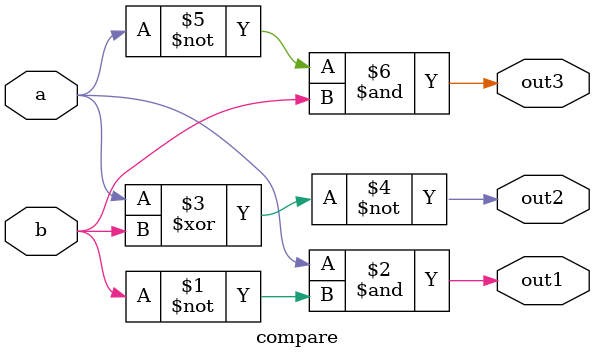
<source format=v>
module compare(
  input a,
  input b,
  output out1,
  output out2,
  output out3
);

assign out1 = (a & ~b);
assign out2 = ~(a ^ b);
assign out3 = (~a & b);

endmodule

</source>
